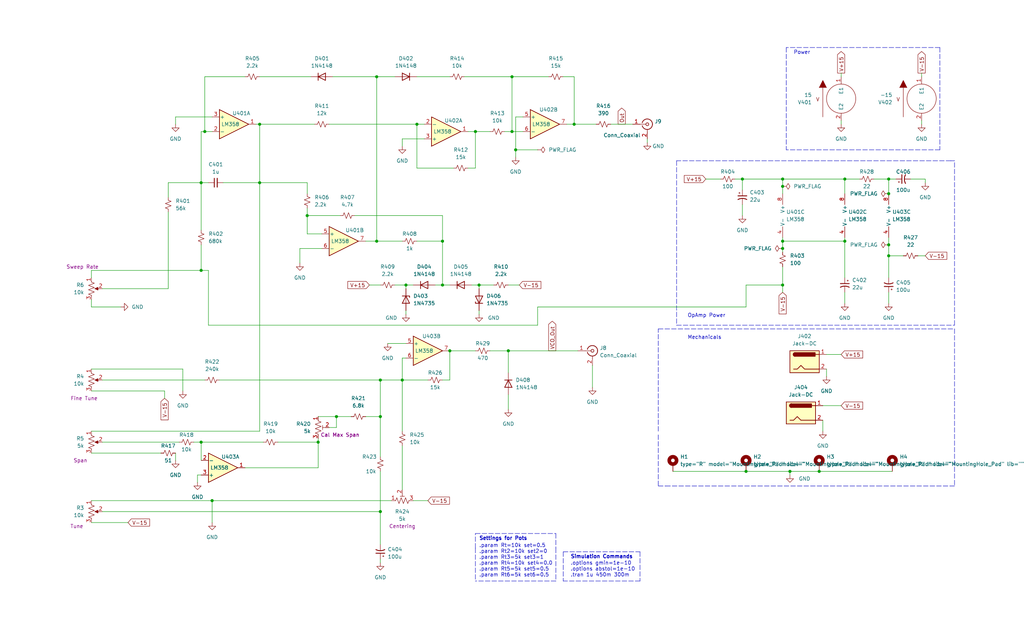
<source format=kicad_sch>
(kicad_sch (version 20211123) (generator eeschema)
  (paper "USLegal")
  (title_block (date "2022-06-11") (rev "0.1"))
  (junction (at 156.21 121.92))
  (junction (at 153.67 99.06))
  (junction (at 90.17 43.18))
  (junction (at 116.84 144.78))
  (junction (at 308.61 67.31))
  (junction (at 139.7 132.08))
  (junction (at 271.78 99.06))
  (junction (at 259.08 163.83))
  (junction (at 166.37 99.06))
  (junction (at 271.78 64.77))
  (junction (at 90.17 63.5))
  (junction (at 106.68 74.93))
  (junction (at 308.61 62.23))
  (junction (at 199.39 43.18))
  (junction (at 257.81 62.23))
  (junction (at 69.85 63.5))
  (junction (at 179.07 52.07))
  (junction (at 110.49 153.67))
  (junction (at 71.12 45.72))
  (junction (at 284.48 163.83))
  (junction (at 176.53 121.92))
  (junction (at 271.78 62.23))
  (junction (at 177.8 45.72))
  (junction (at 308.61 85.09))
  (junction (at 130.81 26.67))
  (junction (at 140.97 99.06))
  (junction (at 132.08 132.08))
  (junction (at 144.78 43.18))
  (junction (at 153.67 83.82))
  (junction (at 293.37 83.82))
  (junction (at 274.32 163.83))
  (junction (at 293.37 62.23))
  (junction (at 132.08 177.8))
  (junction (at 165.1 45.72))
  (junction (at 73.66 173.99))
  (junction (at 177.8 26.67))
  (junction (at 69.85 153.67))
  (junction (at 308.61 88.9))
  (junction (at 271.78 86.36))
  (junction (at 130.81 83.82))
  (junction (at 271.78 83.82))
  (junction (at 69.85 93.98))
  (junction (at 132.08 144.78))
  (wire (pts (xy 132.08 163.83) (xy 132.08 177.8)))
  (wire (pts (xy 104.14 86.36) (xy 111.76 86.36)))
  (polyline (pts (xy 222.25 191.77) (xy 222.25 201.93)))
  (wire (pts (xy 163.83 99.06) (xy 166.37 99.06)))
  (wire (pts (xy 274.32 163.83) (xy 274.32 165.1)))
  (wire (pts (xy 147.32 48.26) (xy 139.7 48.26)))
  (polyline (pts (xy 193.04 185.42) (xy 193.04 190.5)))
  (wire (pts (xy 162.56 58.42) (xy 165.1 58.42)))
  (wire (pts (xy 156.21 26.67) (xy 144.78 26.67)))
  (wire (pts (xy 140.97 100.33) (xy 140.97 99.06)))
  (wire (pts (xy 68.58 165.1) (xy 68.58 167.64)))
  (wire (pts (xy 156.21 132.08) (xy 156.21 121.92)))
  (wire (pts (xy 72.39 93.98) (xy 69.85 93.98)))
  (wire (pts (xy 76.2 132.08) (xy 132.08 132.08)))
  (polyline (pts (xy 165.1 190.5) (xy 165.1 185.42)))
  (wire (pts (xy 104.14 91.44) (xy 104.14 86.36)))
  (wire (pts (xy 308.61 105.41) (xy 308.61 101.6)))
  (wire (pts (xy 85.09 26.67) (xy 71.12 26.67)))
  (wire (pts (xy 73.66 173.99) (xy 31.75 173.99)))
  (wire (pts (xy 90.17 43.18) (xy 90.17 63.5)))
  (wire (pts (xy 31.75 149.86) (xy 90.17 149.86)))
  (wire (pts (xy 110.49 153.67) (xy 110.49 152.4)))
  (wire (pts (xy 132.08 144.78) (xy 132.08 158.75)))
  (wire (pts (xy 292.1 123.19) (xy 287.02 123.19)))
  (wire (pts (xy 57.15 135.89) (xy 57.15 138.43)))
  (wire (pts (xy 60.96 160.02) (xy 60.96 157.48)))
  (wire (pts (xy 67.31 153.67) (xy 69.85 153.67)))
  (wire (pts (xy 132.08 99.06) (xy 128.27 99.06)))
  (wire (pts (xy 106.68 63.5) (xy 90.17 63.5)))
  (wire (pts (xy 69.85 93.98) (xy 31.75 93.98)))
  (wire (pts (xy 311.15 62.23) (xy 308.61 62.23)))
  (wire (pts (xy 292.1 25.4) (xy 292.1 26.67)))
  (wire (pts (xy 298.45 62.23) (xy 293.37 62.23)))
  (wire (pts (xy 69.85 63.5) (xy 69.85 45.72)))
  (wire (pts (xy 106.68 81.28) (xy 106.68 74.93)))
  (wire (pts (xy 144.78 58.42) (xy 144.78 43.18)))
  (wire (pts (xy 107.95 26.67) (xy 90.17 26.67)))
  (wire (pts (xy 90.17 63.5) (xy 77.47 63.5)))
  (wire (pts (xy 186.69 113.03) (xy 186.69 106.68)))
  (polyline (pts (xy 331.47 168.91) (xy 306.07 168.91)))
  (wire (pts (xy 58.42 100.33) (xy 35.56 100.33)))
  (wire (pts (xy 308.61 88.9) (xy 308.61 96.52)))
  (wire (pts (xy 271.78 87.63) (xy 271.78 86.36)))
  (wire (pts (xy 132.08 194.31) (xy 132.08 195.58)))
  (wire (pts (xy 137.16 99.06) (xy 140.97 99.06)))
  (polyline (pts (xy 330.2 55.88) (xy 331.47 55.88)))
  (wire (pts (xy 165.1 58.42) (xy 165.1 45.72)))
  (wire (pts (xy 313.69 88.9) (xy 308.61 88.9)))
  (wire (pts (xy 139.7 132.08) (xy 139.7 124.46)))
  (wire (pts (xy 85.09 162.56) (xy 110.49 162.56)))
  (wire (pts (xy 139.7 48.26) (xy 139.7 50.8)))
  (wire (pts (xy 162.56 45.72) (xy 165.1 45.72)))
  (wire (pts (xy 73.66 181.61) (xy 73.66 173.99)))
  (wire (pts (xy 176.53 121.92) (xy 200.66 121.92)))
  (wire (pts (xy 186.69 52.07) (xy 179.07 52.07)))
  (wire (pts (xy 130.81 83.82) (xy 127 83.82)))
  (wire (pts (xy 144.78 43.18) (xy 147.32 43.18)))
  (wire (pts (xy 139.7 154.94) (xy 139.7 170.18)))
  (wire (pts (xy 139.7 83.82) (xy 130.81 83.82)))
  (wire (pts (xy 55.88 157.48) (xy 31.75 157.48)))
  (wire (pts (xy 69.85 85.09) (xy 69.85 93.98)))
  (wire (pts (xy 71.12 26.67) (xy 71.12 45.72)))
  (polyline (pts (xy 234.95 55.88) (xy 234.95 113.03)))
  (wire (pts (xy 166.37 99.06) (xy 171.45 99.06)))
  (wire (pts (xy 96.52 153.67) (xy 110.49 153.67)))
  (wire (pts (xy 72.39 63.5) (xy 69.85 63.5)))
  (wire (pts (xy 181.61 40.64) (xy 179.07 40.64)))
  (wire (pts (xy 153.67 74.93) (xy 153.67 83.82)))
  (wire (pts (xy 69.85 153.67) (xy 91.44 153.67)))
  (wire (pts (xy 166.37 109.22) (xy 166.37 107.95)))
  (wire (pts (xy 153.67 99.06) (xy 156.21 99.06)))
  (wire (pts (xy 257.81 62.23) (xy 257.81 66.04)))
  (polyline (pts (xy 326.39 16.51) (xy 273.05 16.51)))
  (polyline (pts (xy 326.39 52.07) (xy 273.05 52.07)))
  (wire (pts (xy 321.31 62.23) (xy 321.31 63.5)))
  (wire (pts (xy 271.78 99.06) (xy 271.78 101.6)))
  (wire (pts (xy 144.78 83.82) (xy 153.67 83.82)))
  (wire (pts (xy 31.75 93.98) (xy 31.75 96.52)))
  (wire (pts (xy 287.02 128.27) (xy 287.02 130.81)))
  (wire (pts (xy 177.8 45.72) (xy 175.26 45.72)))
  (wire (pts (xy 69.85 63.5) (xy 69.85 80.01)))
  (wire (pts (xy 116.84 148.59) (xy 116.84 144.78)))
  (wire (pts (xy 293.37 83.82) (xy 293.37 82.55)))
  (wire (pts (xy 58.42 73.66) (xy 58.42 100.33)))
  (polyline (pts (xy 228.6 149.86) (xy 228.6 114.3)))
  (wire (pts (xy 130.81 83.82) (xy 130.81 26.67)))
  (wire (pts (xy 177.8 45.72) (xy 177.8 26.67)))
  (wire (pts (xy 259.08 163.83) (xy 274.32 163.83)))
  (wire (pts (xy 177.8 26.67) (xy 161.29 26.67)))
  (wire (pts (xy 271.78 86.36) (xy 271.78 83.82)))
  (wire (pts (xy 132.08 132.08) (xy 139.7 132.08)))
  (wire (pts (xy 111.76 81.28) (xy 106.68 81.28)))
  (wire (pts (xy 31.75 128.27) (xy 63.5 128.27)))
  (polyline (pts (xy 231.14 168.91) (xy 306.07 168.91)))
  (wire (pts (xy 199.39 26.67) (xy 195.58 26.67)))
  (wire (pts (xy 72.39 113.03) (xy 186.69 113.03)))
  (wire (pts (xy 140.97 99.06) (xy 143.51 99.06)))
  (wire (pts (xy 148.59 173.99) (xy 143.51 173.99)))
  (polyline (pts (xy 331.47 113.03) (xy 331.47 55.88)))
  (wire (pts (xy 284.48 163.83) (xy 309.88 163.83)))
  (polyline (pts (xy 331.47 114.3) (xy 331.47 168.91)))
  (wire (pts (xy 186.69 106.68) (xy 259.08 106.68)))
  (wire (pts (xy 140.97 109.22) (xy 140.97 107.95)))
  (wire (pts (xy 35.56 153.67) (xy 62.23 153.67)))
  (wire (pts (xy 90.17 149.86) (xy 90.17 63.5)))
  (wire (pts (xy 233.68 163.83) (xy 259.08 163.83)))
  (wire (pts (xy 69.85 45.72) (xy 71.12 45.72)))
  (wire (pts (xy 58.42 63.5) (xy 58.42 68.58)))
  (wire (pts (xy 257.81 71.12) (xy 257.81 74.93)))
  (wire (pts (xy 73.66 40.64) (xy 60.96 40.64)))
  (wire (pts (xy 179.07 52.07) (xy 179.07 54.61)))
  (wire (pts (xy 31.75 135.89) (xy 57.15 135.89)))
  (wire (pts (xy 308.61 62.23) (xy 303.53 62.23)))
  (wire (pts (xy 71.12 45.72) (xy 73.66 45.72)))
  (polyline (pts (xy 228.6 168.91) (xy 231.14 168.91)))
  (wire (pts (xy 132.08 144.78) (xy 132.08 132.08)))
  (wire (pts (xy 196.85 43.18) (xy 199.39 43.18)))
  (wire (pts (xy 285.75 146.05) (xy 285.75 149.86)))
  (polyline (pts (xy 193.04 190.5) (xy 193.04 201.93)))
  (wire (pts (xy 130.81 26.67) (xy 115.57 26.67)))
  (wire (pts (xy 271.78 83.82) (xy 293.37 83.82)))
  (wire (pts (xy 199.39 43.18) (xy 199.39 26.67)))
  (wire (pts (xy 259.08 99.06) (xy 259.08 106.68)))
  (wire (pts (xy 90.17 43.18) (xy 88.9 43.18)))
  (polyline (pts (xy 228.6 114.3) (xy 331.47 114.3)))
  (wire (pts (xy 72.39 93.98) (xy 72.39 113.03)))
  (wire (pts (xy 274.32 163.83) (xy 284.48 163.83)))
  (wire (pts (xy 116.84 144.78) (xy 121.92 144.78)))
  (wire (pts (xy 321.31 88.9) (xy 318.77 88.9)))
  (wire (pts (xy 60.96 40.64) (xy 60.96 43.18)))
  (wire (pts (xy 190.5 26.67) (xy 177.8 26.67)))
  (wire (pts (xy 271.78 62.23) (xy 271.78 64.77)))
  (wire (pts (xy 151.13 99.06) (xy 153.67 99.06)))
  (polyline (pts (xy 165.1 190.5) (xy 165.1 201.93)))
  (wire (pts (xy 245.11 62.23) (xy 250.19 62.23)))
  (wire (pts (xy 44.45 181.61) (xy 31.75 181.61)))
  (wire (pts (xy 224.79 49.53) (xy 224.79 48.26)))
  (wire (pts (xy 139.7 132.08) (xy 148.59 132.08)))
  (wire (pts (xy 114.3 148.59) (xy 116.84 148.59)))
  (polyline (pts (xy 234.95 113.03) (xy 331.47 113.03)))
  (wire (pts (xy 271.78 64.77) (xy 271.78 67.31)))
  (polyline (pts (xy 228.6 151.13) (xy 228.6 168.91)))
  (wire (pts (xy 308.61 85.09) (xy 308.61 88.9)))
  (wire (pts (xy 293.37 105.41) (xy 293.37 101.6)))
  (wire (pts (xy 140.97 119.38) (xy 134.62 119.38)))
  (wire (pts (xy 271.78 92.71) (xy 271.78 99.06)))
  (wire (pts (xy 106.68 74.93) (xy 118.11 74.93)))
  (wire (pts (xy 109.22 43.18) (xy 90.17 43.18)))
  (wire (pts (xy 179.07 40.64) (xy 179.07 52.07)))
  (wire (pts (xy 41.91 106.68) (xy 31.75 106.68)))
  (polyline (pts (xy 193.04 201.93) (xy 165.1 201.93)))
  (wire (pts (xy 69.85 153.67) (xy 69.85 160.02)))
  (polyline (pts (xy 330.2 55.88) (xy 234.95 55.88)))
  (wire (pts (xy 139.7 124.46) (xy 140.97 124.46)))
  (wire (pts (xy 259.08 99.06) (xy 271.78 99.06)))
  (polyline (pts (xy 195.58 191.77) (xy 195.58 201.93)))
  (wire (pts (xy 212.09 43.18) (xy 219.71 43.18)))
  (wire (pts (xy 110.49 162.56) (xy 110.49 153.67)))
  (wire (pts (xy 320.04 25.4) (xy 320.04 26.67)))
  (wire (pts (xy 132.08 177.8) (xy 132.08 189.23)))
  (wire (pts (xy 137.16 26.67) (xy 130.81 26.67)))
  (wire (pts (xy 292.1 41.91) (xy 292.1 43.18)))
  (wire (pts (xy 308.61 62.23) (xy 308.61 67.31)))
  (wire (pts (xy 58.42 63.5) (xy 69.85 63.5)))
  (wire (pts (xy 165.1 45.72) (xy 170.18 45.72)))
  (wire (pts (xy 320.04 41.91) (xy 320.04 43.18)))
  (polyline (pts (xy 326.39 16.51) (xy 326.39 52.07)))
  (wire (pts (xy 135.89 173.99) (xy 73.66 173.99)))
  (wire (pts (xy 285.75 140.97) (xy 292.1 140.97)))
  (wire (pts (xy 271.78 62.23) (xy 293.37 62.23)))
  (wire (pts (xy 199.39 43.18) (xy 207.01 43.18)))
  (polyline (pts (xy 165.1 185.42) (xy 193.04 185.42)))
  (wire (pts (xy 114.3 43.18) (xy 144.78 43.18)))
  (wire (pts (xy 165.1 121.92) (xy 156.21 121.92)))
  (wire (pts (xy 293.37 62.23) (xy 293.37 67.31)))
  (wire (pts (xy 63.5 128.27) (xy 63.5 135.89)))
  (wire (pts (xy 180.34 99.06) (xy 176.53 99.06)))
  (wire (pts (xy 308.61 82.55) (xy 308.61 85.09)))
  (wire (pts (xy 35.56 132.08) (xy 71.12 132.08)))
  (polyline (pts (xy 273.05 16.51) (xy 273.05 52.07)))
  (wire (pts (xy 123.19 74.93) (xy 153.67 74.93)))
  (wire (pts (xy 176.53 142.24) (xy 176.53 137.16)))
  (wire (pts (xy 293.37 96.52) (xy 293.37 83.82)))
  (wire (pts (xy 257.81 62.23) (xy 255.27 62.23)))
  (polyline (pts (xy 195.58 191.77) (xy 222.25 191.77)))
  (wire (pts (xy 153.67 132.08) (xy 156.21 132.08)))
  (wire (pts (xy 69.85 165.1) (xy 68.58 165.1)))
  (wire (pts (xy 205.74 134.62) (xy 205.74 127)))
  (wire (pts (xy 106.68 74.93) (xy 106.68 72.39)))
  (wire (pts (xy 181.61 45.72) (xy 177.8 45.72)))
  (wire (pts (xy 316.23 62.23) (xy 321.31 62.23)))
  (wire (pts (xy 157.48 58.42) (xy 144.78 58.42)))
  (wire (pts (xy 31.75 106.68) (xy 31.75 104.14)))
  (wire (pts (xy 127 144.78) (xy 132.08 144.78)))
  (wire (pts (xy 106.68 67.31) (xy 106.68 63.5)))
  (wire (pts (xy 176.53 129.54) (xy 176.53 121.92)))
  (wire (pts (xy 257.81 62.23) (xy 271.78 62.23)))
  (wire (pts (xy 176.53 121.92) (xy 170.18 121.92)))
  (wire (pts (xy 139.7 132.08) (xy 139.7 149.86)))
  (polyline (pts (xy 222.25 201.93) (xy 195.58 201.93)))
  (wire (pts (xy 110.49 144.78) (xy 116.84 144.78)))
  (wire (pts (xy 153.67 99.06) (xy 153.67 83.82)))
  (wire (pts (xy 35.56 177.8) (xy 132.08 177.8)))
  (wire (pts (xy 166.37 100.33) (xy 166.37 99.06)))
  (wire (pts (xy 271.78 83.82) (xy 271.78 82.55)))
  (text "Mechanicals" (at 238.76 118.11 0) (effects (font (size 1.27 1.27)) (justify left bottom)))
  (text "OpAmp Power" (at 238.76 110.49 0) (effects (font (size 1.27 1.27)) (justify left bottom)))
  (text "Settings for Pots" (at 166.37 187.96 0) (effects (font (size 1.27 1.27) (thickness 0.254) bold) (justify left bottom)))
  (text "Simulation Commands" (at 198.12 194.31 0) (effects (font (size 1.27 1.27) (thickness 0.254) bold) (justify left bottom)))
  (text ".param Rt=10k set=0.5\n.param Rt2=10k set2=0\n.param Rt3=5k set3=1\n.param Rt4=10k set4=0.0\n.param Rt5=5k set5=0.5\n.param Rt6=5k set6=0.5\n" (at 166.37 200.66 0) (effects (font (size 1.27 1.27)) (justify left bottom)))
  (text "Power" (at 275.59 19.05 0) (effects (font (size 1.27 1.27)) (justify left bottom)))
  (text ".options gmin=1e-10\n.options abstol=1e-10\n.tran 1u 450m 300m" (at 198.12 200.66 0) (effects (font (size 1.27 1.27)) (justify left bottom)))
  (global_label "V+15" (shape input) (at 245.11 62.23 180) (property "Intersheet References" "${INTERSHEET_REFS}" (effects hide)))
  (global_label "V+15" (shape input) (at 128.27 99.06 180) (property "Intersheet References" "${INTERSHEET_REFS}" (effects hide)))
  (global_label "Out" (shape output) (at 215.9 43.18 90) (property "Intersheet References" "${INTERSHEET_REFS}" (effects hide)))
  (global_label "V-15" (shape input) (at 271.78 101.6 270) (property "Intersheet References" "${INTERSHEET_REFS}" (effects hide)))
  (global_label "V-15" (shape input) (at 57.15 138.43 270) (property "Intersheet References" "${INTERSHEET_REFS}" (effects hide)))
  (global_label "VCO_Out" (shape output) (at 191.77 121.92 90) (property "Intersheet References" "${INTERSHEET_REFS}" (effects hide)))
  (global_label "V+15" (shape input) (at 292.1 123.19 0) (property "Intersheet References" "${INTERSHEET_REFS}" (effects hide)))
  (global_label "V-15" (shape input) (at 44.45 181.61 0) (property "Intersheet References" "${INTERSHEET_REFS}" (effects hide)))
  (global_label "V-15" (shape input) (at 148.59 173.99 0) (property "Intersheet References" "${INTERSHEET_REFS}" (effects hide)))
  (global_label "V-15" (shape input) (at 292.1 140.97 0) (property "Intersheet References" "${INTERSHEET_REFS}" (effects hide)))
  (global_label "V-15" (shape output) (at 320.04 25.4 90) (property "Intersheet References" "${INTERSHEET_REFS}" (effects hide)))
  (global_label "V-15" (shape input) (at 180.34 99.06 0) (property "Intersheet References" "${INTERSHEET_REFS}" (effects hide)))
  (global_label "V-15" (shape input) (at 321.31 88.9 0) (property "Intersheet References" "${INTERSHEET_REFS}" (effects hide)))
  (global_label "V+15" (shape output) (at 292.1 25.4 90) (property "Intersheet References" "${INTERSHEET_REFS}" (effects hide)))
  (symbol (lib_id "Device:R_Small_US") (at 142.24 83.82 90) (unit 1)
    (property "Reference" "R408" (at 142.24 81.28 90))
    (property "Value" "1k" (at 142.24 86.36 90))
    (property "Footprint" "Resistor_THT:R_Axial_DIN0207_L6.3mm_D2.5mm_P7.62mm_Horizontal" (effects hide))
    (property "Datasheet" "https://www.yageo.com/upload/media/product/productsearch/datasheet/lr/YAGEO%20CFR_datasheet_2021v0.pdf" (effects hide))
  )
  (symbol (lib_id "power:GND") (at 134.62 119.38 0) (unit 1)
    (property "Reference" "#PWR0409" (effects hide))
    (property "Value" "GND" (at 134.62 124.46 0))
  )
  (symbol (lib_id "power:GND") (at 140.97 109.22 0) (unit 1)
    (property "Reference" "#PWR0411" (effects hide))
    (property "Value" "GND" (at 135.89 110.49 0))
  )
  (symbol (lib_id "Device:R_Small_US") (at 158.75 26.67 90) (unit 1)
    (property "Reference" "R414" (at 158.75 20.32 90))
    (property "Value" "10k" (at 158.75 22.86 90))
    (property "Footprint" "Resistor_THT:R_Axial_DIN0207_L6.3mm_D2.5mm_P7.62mm_Horizontal" (effects hide))
    (property "Datasheet" "https://www.yageo.com/upload/media/product/productsearch/datasheet/lr/YAGEO%20CFR_datasheet_2021v0.pdf" (effects hide))
  )
  (symbol (lib_id "power:GND") (at 292.1 43.18 0) (unit 1)
    (property "Reference" "#PWR0421" (effects hide))
    (property "Value" "GND" (at 292.1 48.26 0))
  )
  (symbol (lib_id "Device:R_Small_US") (at 69.85 82.55 0) (unit 1)
    (property "Reference" "R402" (at 72.39 81.2799 0) (effects (justify left)))
    (property "Value" "680k" (at 72.39 83.8199 0) (effects (justify left)))
    (property "Footprint" "Resistor_THT:R_Axial_DIN0207_L6.3mm_D2.5mm_P7.62mm_Horizontal" (effects hide))
    (property "Datasheet" "https://www.yageo.com/upload/media/product/productsearch/datasheet/lr/YAGEO%20CFR_datasheet_2021v0.pdf" (effects hide))
  )
  (symbol (lib_id "Device:R_Small_US") (at 111.76 43.18 90) (unit 1)
    (property "Reference" "R411" (at 111.76 36.83 90))
    (property "Value" "12k" (at 111.76 39.37 90))
    (property "Footprint" "Resistor_THT:R_Axial_DIN0207_L6.3mm_D2.5mm_P7.62mm_Horizontal" (effects hide))
    (property "Datasheet" "https://www.yageo.com/upload/media/product/productsearch/datasheet/lr/YAGEO%20CFR_datasheet_2021v0.pdf" (effects hide))
  )
  (symbol (lib_id "Device:R_Small_US") (at 124.46 144.78 90) (unit 1)
    (property "Reference" "R421" (at 124.46 138.43 90))
    (property "Value" "6.8k" (at 124.46 140.97 90))
    (property "Footprint" "Resistor_THT:R_Axial_DIN0207_L6.3mm_D2.5mm_P7.62mm_Horizontal" (effects hide))
    (property "Datasheet" "https://www.yageo.com/upload/media/product/productsearch/datasheet/lr/YAGEO%20CFR_datasheet_2021v0.pdf" (effects hide))
  )
  (symbol (lib_id "power:GND") (at 73.66 181.61 0) (unit 1)
    (property "Reference" "#PWR0406" (effects hide))
    (property "Value" "GND" (at 73.66 186.69 0))
  )
  (symbol (lib_id "power:GND") (at 63.5 135.89 0) (unit 1)
    (property "Reference" "#PWR0404" (effects hide))
    (property "Value" "GND" (at 63.5 140.97 0))
  )
  (symbol (lib_id "power:GND") (at 287.02 130.81 0) (unit 1)
    (property "Reference" "#PWR0420" (effects hide))
    (property "Value" "GND" (at 287.02 135.89 0))
  )
  (symbol (lib_id "Device:R_Small_US") (at 106.68 69.85 0) (unit 1)
    (property "Reference" "R406" (at 109.22 68.5799 0) (effects (justify left)))
    (property "Value" "2.2k" (at 109.22 71.1199 0) (effects (justify left)))
    (property "Footprint" "Resistor_THT:R_Axial_DIN0207_L6.3mm_D2.5mm_P7.62mm_Horizontal" (effects hide))
    (property "Datasheet" "https://www.yageo.com/upload/media/product/productsearch/datasheet/lr/YAGEO%20CFR_datasheet_2021v0.pdf" (effects hide))
  )
  (symbol (lib_id "Device:R_Small_US") (at 252.73 62.23 90) (unit 1)
    (property "Reference" "R404" (at 252.73 59.69 90))
    (property "Value" "100" (at 252.73 64.77 90))
    (property "Footprint" "Resistor_THT:R_Axial_DIN0207_L6.3mm_D2.5mm_P7.62mm_Horizontal" (effects hide))
    (property "Datasheet" "https://www.yageo.com/upload/media/product/productsearch/datasheet/lr/YAGEO%20CFR_datasheet_2021v0.pdf" (effects hide))
  )
  (symbol (lib_id "Device:R_Small_US") (at 160.02 58.42 90) (unit 1)
    (property "Reference" "R412" (at 160.02 52.07 90))
    (property "Value" "15k" (at 160.02 54.61 90))
    (property "Footprint" "Resistor_THT:R_Axial_DIN0207_L6.3mm_D2.5mm_P7.62mm_Horizontal" (effects hide))
    (property "Datasheet" "https://www.yageo.com/upload/media/product/productsearch/datasheet/lr/YAGEO%20CFR_datasheet_2021v0.pdf" (effects hide))
  )
  (symbol (lib_id "Device:R_Small_US") (at 134.62 99.06 90) (unit 1)
    (property "Reference" "R409" (at 134.62 92.71 90))
    (property "Value" "2.2k" (at 134.62 95.25 90))
    (property "Footprint" "Resistor_THT:R_Axial_DIN0207_L6.3mm_D2.5mm_P7.62mm_Horizontal" (effects hide))
    (property "Datasheet" "https://www.yageo.com/upload/media/product/productsearch/datasheet/lr/YAGEO%20CFR_datasheet_2021v0.pdf" (effects hide))
  )
  (symbol (lib_id "Device:R_Small_US") (at 167.64 121.92 90) (unit 1)
    (property "Reference" "R429" (at 167.64 119.38 90))
    (property "Value" "470" (at 167.64 124.46 90))
    (property "Footprint" "Resistor_THT:R_Axial_DIN0207_L6.3mm_D2.5mm_P7.62mm_Horizontal" (effects hide))
    (property "Datasheet" "https://www.yageo.com/upload/media/product/productsearch/datasheet/lr/YAGEO%20CFR_datasheet_2021v0.pdf" (effects hide))
  )
  (symbol (lib_id "Device:R_Small_US") (at 209.55 43.18 90) (unit 1)
    (property "Reference" "R416" (at 209.55 36.83 90))
    (property "Value" "390" (at 209.55 39.37 90))
    (property "Footprint" "Resistor_THT:R_Axial_DIN0207_L6.3mm_D2.5mm_P7.62mm_Horizontal" (effects hide))
    (property "Datasheet" "https://www.yageo.com/upload/media/product/productsearch/datasheet/lr/YAGEO%20CFR_datasheet_2021v0.pdf" (effects hide))
  )
  (symbol (lib_id "Device:C_Polarized_Small_US") (at 257.81 68.58 0) (unit 1)
    (property "Reference" "C403" (at 260.35 66.8781 0) (effects (justify left)))
    (property "Value" "22u" (at 260.35 69.4181 0) (effects (justify left)))
    (property "Footprint" "Capacitor_THT:CP_Axial_L11.0mm_D6.0mm_P18.00mm_Horizontal" (effects hide))
  )
  (symbol (lib_id "power:PWR_FLAG") (at 308.61 85.09 90) (unit 1)
    (property "Reference" "#FLG0404" (effects hide))
    (property "Value" "PWR_FLAG" (at 304.8 85.0899 90) (effects (justify left)))
  )
  (symbol (lib_id "Connector:Jack-DC") (at 279.4 125.73 0) (unit 1)
    (property "Reference" "J402" (at 279.4 116.84 0))
    (property "Value" "Jack-DC" (at 279.4 119.38 0))
    (property "Footprint" "timebase:CUI_PJ-007" (effects hide))
    (property "Spice_Primitive" "J" (effects hide))
    (property "Spice_Model" "Jack-DC" (effects hide))
    (property "Spice_Netlist_Enabled" "N" (effects hide))
  )
  (symbol (lib_id "power:GND") (at 320.04 43.18 0) (unit 1)
    (property "Reference" "#PWR0424" (effects hide))
    (property "Value" "GND" (at 320.04 48.26 0))
  )
  (symbol (lib_id "power:GND") (at 68.58 167.64 0) (unit 1)
    (property "Reference" "#PWR0405" (effects hide))
    (property "Value" "GND" (at 68.58 172.72 0))
  )
  (symbol (lib_id "Device:C_Polarized_Small_US") (at 313.69 62.23 90) (unit 1)
    (property "Reference" "C406" (at 313.69 59.69 90))
    (property "Value" "100u" (at 313.69 66.04 90))
    (property "Footprint" "Capacitor_THT:CP_Axial_L11.0mm_D6.0mm_P18.00mm_Horizontal" (effects hide))
  )
  (symbol (lib_id "Device:R_Small_US") (at 300.99 62.23 90) (unit 1)
    (property "Reference" "R428" (at 300.99 59.69 90))
    (property "Value" "22" (at 300.99 64.77 90))
    (property "Footprint" "Resistor_THT:R_Axial_DIN0207_L6.3mm_D2.5mm_P7.62mm_Horizontal" (effects hide))
    (property "Datasheet" "https://www.yageo.com/upload/media/product/productsearch/datasheet/lr/YAGEO%20CFR_datasheet_2021v0.pdf" (effects hide))
  )
  (symbol (lib_id "Diode:1N4148") (at 160.02 99.06 0) (unit 1)
    (property "Reference" "D405" (at 160.02 92.71 0))
    (property "Value" "1N4148" (at 160.02 95.25 0))
    (property "Footprint" "Diode_THT:D_DO-35_SOD27_P7.62mm_Horizontal" (effects hide))
    (property "Datasheet" "https://diotec.com/request/datasheet/1n4148.pdf" (effects hide))
    (property "Spice_Primitive" "D" (effects hide))
    (property "Spice_Model" "D1N4148" (effects hide))
    (property "Spice_Netlist_Enabled" "Y" (effects hide))
    (property "Spice_Node_Sequence" "2 1" (effects hide))
    (property "Spice_Lib_File" "timebase-spice\\1N4148.mod" (effects hide))
  )
  (symbol (lib_id "Device:R_Small_US") (at 64.77 153.67 90) (unit 1)
    (property "Reference" "R418" (at 64.77 151.13 90))
    (property "Value" "10k" (at 64.77 156.21 90))
    (property "Footprint" "Resistor_THT:R_Axial_DIN0207_L6.3mm_D2.5mm_P7.62mm_Horizontal" (effects hide))
    (property "Datasheet" "https://www.yageo.com/upload/media/product/productsearch/datasheet/lr/YAGEO%20CFR_datasheet_2021v0.pdf" (effects hide))
  )
  (symbol (lib_id "power:GND") (at 179.07 54.61 0) (unit 1)
    (property "Reference" "#PWR0414" (effects hide))
    (property "Value" "GND" (at 179.07 59.69 0))
  )
  (symbol (lib_id "power:GND") (at 224.79 49.53 0) (unit 1)
    (property "Reference" "#PWR0416" (effects hide))
    (property "Value" "GND" (at 228.6 50.8 0))
  )
  (symbol (lib_id "Device:R_Small_US") (at 120.65 74.93 90) (unit 1)
    (property "Reference" "R407" (at 120.65 68.58 90))
    (property "Value" "4.7k" (at 120.65 71.12 90))
    (property "Footprint" "Resistor_THT:R_Axial_DIN0207_L6.3mm_D2.5mm_P7.62mm_Horizontal" (effects hide))
    (property "Datasheet" "https://www.yageo.com/upload/media/product/productsearch/datasheet/lr/YAGEO%20CFR_datasheet_2021v0.pdf" (effects hide))
  )
  (symbol (lib_id "Device:R_Potentiometer_US") (at 31.75 132.08 0) (unit 1)
    (property "Reference" "R4" (at 29.21 130.8099 0) (effects (justify right)))
    (property "Value" "10k" (at 29.21 133.3499 0) (effects (justify right)))
    (property "Footprint" "Connector_Wire:SolderWire-0.127sqmm_1x03_P3.7mm_D0.48mm_OD1mm" (effects hide))
    (property "Datasheet" "https://www.yageo.com/upload/media/product/productsearch/datasheet/lr/YAGEO%20CFR_datasheet_2021v0.pdf" (effects hide))
    (property "Spice_Primitive" "X" (effects hide))
    (property "Spice_Model" "pot_lin2" (effects hide))
    (property "Spice_Netlist_Enabled" "Y" (effects hide))
    (property "Spice_Lib_File" "timebase-spice\\Pot2.lib" (effects hide))
    (property "Field8" "Fine Tune" (at 29.21 138.43 0))
  )
  (symbol (lib_id "Device:R_Small_US") (at 172.72 45.72 90) (unit 1)
    (property "Reference" "R413" (at 172.72 39.37 90))
    (property "Value" "10k" (at 172.72 41.91 90))
    (property "Footprint" "Resistor_THT:R_Axial_DIN0207_L6.3mm_D2.5mm_P7.62mm_Horizontal" (effects hide))
    (property "Datasheet" "https://www.yageo.com/upload/media/product/productsearch/datasheet/lr/YAGEO%20CFR_datasheet_2021v0.pdf" (effects hide))
  )
  (symbol (lib_id "Amplifier_Operational:LM358") (at 77.47 162.56 0) (mirror x) (unit 1)
    (property "Reference" "U403" (at 80.01 158.75 0))
    (property "Value" "LM358" (at 76.2 162.56 0))
    (property "Footprint" "timebase:DIP794W45P254L959H508Q8" (effects hide))
    (property "Datasheet" "https://www.ti.com/lit/ds/symlink/lm358.pdf?HQS=dis-dk-null-digikeymode-dsf-pf-null-wwe&ts=1655575497857&ref_url=https%253A%252F%252Fwww.ti.com%252Fgeneral%252Fdocs%252Fsuppproductinfo.tsp%253FdistId%253D10%2526gotoUrl%253Dhttps%253A%252F%252Fwww.ti.com%252Flit%252Fgpn%252Flm358" (effects hide))
    (property "Spice_Primitive" "X" (effects hide))
    (property "Spice_Model" "LM358c" (effects hide))
    (property "Spice_Netlist_Enabled" "Y" (effects hide))
    (property "Spice_Lib_File" "timebase-spice\\LM358-dual.lib" (effects hide))
  )
  (symbol (lib_id "power:GND") (at 293.37 105.41 0) (unit 1)
    (property "Reference" "#PWR0422" (effects hide))
    (property "Value" "GND" (at 293.37 110.49 0))
  )
  (symbol (lib_id "Connector:Jack-DC") (at 278.13 143.51 0) (unit 1)
    (property "Reference" "J404" (at 278.13 134.62 0))
    (property "Value" "Jack-DC" (at 278.13 137.16 0))
    (property "Footprint" "timebase:CUI_PJ-007" (effects hide))
    (property "Spice_Primitive" "J" (effects hide))
    (property "Spice_Model" "Jack-DC" (effects hide))
    (property "Spice_Netlist_Enabled" "N" (effects hide))
  )
  (symbol (lib_id "Amplifier_Operational:LM358") (at 274.32 74.93 0) (unit 3)
    (property "Reference" "U401" (at 273.05 73.6599 0) (effects (justify left)))
    (property "Value" "LM358" (at 273.05 76.1999 0) (effects (justify left)))
    (property "Footprint" "timebase:DIP794W45P254L959H508Q8" (effects hide))
    (property "Datasheet" "https://www.ti.com/lit/ds/symlink/lm358.pdf?HQS=dis-dk-null-digikeymode-dsf-pf-null-wwe&ts=1655575497857&ref_url=https%253A%252F%252Fwww.ti.com%252Fgeneral%252Fdocs%252Fsuppproductinfo.tsp%253FdistId%253D10%2526gotoUrl%253Dhttps%253A%252F%252Fwww.ti.com%252Flit%252Fgpn%252Flm358" (effects hide))
    (property "Spice_Primitive" "X" (effects hide))
    (property "Spice_Model" "LM358c" (effects hide))
    (property "Spice_Netlist_Enabled" "Y" (effects hide))
    (property "Spice_Lib_File" "timebase-spice\\LM358-dual.lib" (effects hide))
  )
  (symbol (lib_id "Device:R_Small_US") (at 58.42 157.48 90) (unit 1)
    (property "Reference" "R417" (at 58.42 154.94 90))
    (property "Value" "51" (at 58.42 160.02 90))
    (property "Footprint" "Resistor_THT:R_Axial_DIN0207_L6.3mm_D2.5mm_P7.62mm_Horizontal" (effects hide))
    (property "Datasheet" "https://www.yageo.com/upload/media/product/productsearch/datasheet/lr/YAGEO%20CFR_datasheet_2021v0.pdf" (effects hide))
  )
  (symbol (lib_id "Amplifier_Operational:LM358") (at 154.94 45.72 0) (mirror x) (unit 1)
    (property "Reference" "U402" (at 157.48 41.91 0))
    (property "Value" "LM358" (at 153.67 45.72 0))
    (property "Footprint" "timebase:DIP794W45P254L959H508Q8" (effects hide))
    (property "Datasheet" "https://www.ti.com/lit/ds/symlink/lm358.pdf?HQS=dis-dk-null-digikeymode-dsf-pf-null-wwe&ts=1655575497857&ref_url=https%253A%252F%252Fwww.ti.com%252Fgeneral%252Fdocs%252Fsuppproductinfo.tsp%253FdistId%253D10%2526gotoUrl%253Dhttps%253A%252F%252Fwww.ti.com%252Flit%252Fgpn%252Flm358" (effects hide))
    (property "Spice_Primitive" "X" (effects hide))
    (property "Spice_Model" "LM358c" (effects hide))
    (property "Spice_Netlist_Enabled" "Y" (effects hide))
    (property "Spice_Lib_File" "timebase-spice\\LM358-dual.lib" (effects hide))
  )
  (symbol (lib_id "Diode:1N4148") (at 111.76 26.67 0) (unit 1)
    (property "Reference" "D401" (at 111.76 20.32 0))
    (property "Value" "1N4148" (at 111.76 22.86 0))
    (property "Footprint" "Diode_THT:D_DO-35_SOD27_P7.62mm_Horizontal" (effects hide))
    (property "Datasheet" "https://diotec.com/request/datasheet/1n4148.pdf" (effects hide))
    (property "Spice_Primitive" "D" (effects hide))
    (property "Spice_Model" "D1N4148" (effects hide))
    (property "Spice_Netlist_Enabled" "Y" (effects hide))
    (property "Spice_Node_Sequence" "2 1" (effects hide))
    (property "Spice_Lib_File" "timebase-spice\\1N4148.mod" (effects hide))
  )
  (symbol (lib_id "pspice:VSOURCE") (at 320.04 34.29 0) (unit 1) (in_bom no) (on_board no)
    (property "Reference" "V402" (at 309.88 35.5601 0) (effects (justify right)))
    (property "Value" "DC -15" (at 309.88 33.0201 0) (effects (justify right)))
    (property "Footprint" "timebase:CUI_PJ-009A" (effects hide))
    (property "Spice_Primitive" "V" (effects hide))
    (property "Spice_Model" "dc -15" (effects hide))
    (property "Spice_Netlist_Enabled" "Y" (effects hide))
  )
  (symbol (lib_id "Diode:1N4148") (at 140.97 26.67 0) (mirror y) (unit 1)
    (property "Reference" "D402" (at 140.97 20.32 0))
    (property "Value" "1N4148" (at 140.97 22.86 0))
    (property "Footprint" "Diode_THT:D_DO-35_SOD27_P7.62mm_Horizontal" (effects hide))
    (property "Datasheet" "https://diotec.com/request/datasheet/1n4148.pdf" (effects hide))
    (property "Spice_Primitive" "D" (effects hide))
    (property "Spice_Model" "D1N4148" (effects hide))
    (property "Spice_Netlist_Enabled" "Y" (effects hide))
    (property "Spice_Node_Sequence" "2 1" (effects hide))
    (property "Spice_Lib_File" "timebase-spice\\1N4148.mod" (effects hide))
  )
  (symbol (lib_id "power:GND") (at 176.53 142.24 0) (unit 1)
    (property "Reference" "#PWR0413" (effects hide))
    (property "Value" "GND" (at 176.53 147.32 0))
  )
  (symbol (lib_id "Device:R_Small_US") (at 93.98 153.67 90) (unit 1)
    (property "Reference" "R419" (at 93.98 147.32 90))
    (property "Value" "10k" (at 93.98 149.86 90))
    (property "Footprint" "Resistor_THT:R_Axial_DIN0207_L6.3mm_D2.5mm_P7.62mm_Horizontal" (effects hide))
    (property "Datasheet" "https://www.yageo.com/upload/media/product/productsearch/datasheet/lr/YAGEO%20CFR_datasheet_2021v0.pdf" (effects hide))
  )
  (symbol (lib_id "Connector:Conn_Coaxial") (at 205.74 121.92 0) (unit 1)
    (property "Reference" "J8" (at 208.28 120.9431 0) (effects (justify left)))
    (property "Value" "Conn_Coaxial" (at 208.28 123.4831 0) (effects (justify left)))
    (property "Footprint" "timebase:TE_5-1634503-1" (effects hide))
    (property "Datasheet" "https://www.te.com/commerce/DocumentDelivery/DDEController?Action=srchrtrv&DocNm=1634503&DocType=Customer+Drawing&DocLang=English" (effects hide))
    (property "Spice_Primitive" "J" (effects hide))
    (property "Spice_Model" "Conn_Coaxial" (effects hide))
    (property "Spice_Netlist_Enabled" "N" (effects hide))
  )
  (symbol (lib_id "Amplifier_Operational:LM358") (at 311.15 74.93 0) (unit 3)
    (property "Reference" "U403" (at 309.88 73.6599 0) (effects (justify left)))
    (property "Value" "LM358" (at 309.88 76.1999 0) (effects (justify left)))
    (property "Footprint" "timebase:DIP794W45P254L959H508Q8" (effects hide))
    (property "Datasheet" "https://www.ti.com/lit/ds/symlink/lm358.pdf?HQS=dis-dk-null-digikeymode-dsf-pf-null-wwe&ts=1655575497857&ref_url=https%253A%252F%252Fwww.ti.com%252Fgeneral%252Fdocs%252Fsuppproductinfo.tsp%253FdistId%253D10%2526gotoUrl%253Dhttps%253A%252F%252Fwww.ti.com%252Flit%252Fgpn%252Flm358" (effects hide))
    (property "Spice_Primitive" "X" (effects hide))
    (property "Spice_Model" "LM358c" (effects hide))
    (property "Spice_Netlist_Enabled" "Y" (effects hide))
    (property "Spice_Lib_File" "timebase-spice\\LM358-dual.lib" (effects hide))
  )
  (symbol (lib_id "Device:R_Small_US") (at 173.99 99.06 90) (unit 1)
    (property "Reference" "R410" (at 173.99 92.71 90))
    (property "Value" "2.2k" (at 173.99 95.25 90))
    (property "Footprint" "Resistor_THT:R_Axial_DIN0207_L6.3mm_D2.5mm_P7.62mm_Horizontal" (effects hide))
    (property "Datasheet" "https://www.yageo.com/upload/media/product/productsearch/datasheet/lr/YAGEO%20CFR_datasheet_2021v0.pdf" (effects hide))
  )
  (symbol (lib_id "Device:R_Small_US") (at 58.42 71.12 0) (unit 1)
    (property "Reference" "R401" (at 60.96 69.8499 0) (effects (justify left)))
    (property "Value" "56k" (at 60.96 72.3899 0) (effects (justify left)))
    (property "Footprint" "Resistor_THT:R_Axial_DIN0207_L6.3mm_D2.5mm_P7.62mm_Horizontal" (effects hide))
    (property "Datasheet" "https://www.yageo.com/upload/media/product/productsearch/datasheet/lr/YAGEO%20CFR_datasheet_2021v0.pdf" (effects hide))
  )
  (symbol (lib_id "Device:R_Small_US") (at 139.7 152.4 0) (unit 1)
    (property "Reference" "R425" (at 142.24 151.1299 0) (effects (justify left)))
    (property "Value" "10k" (at 142.24 153.6699 0) (effects (justify left)))
    (property "Footprint" "Resistor_THT:R_Axial_DIN0207_L6.3mm_D2.5mm_P7.62mm_Horizontal" (effects hide))
    (property "Datasheet" "https://www.yageo.com/upload/media/product/productsearch/datasheet/lr/YAGEO%20CFR_datasheet_2021v0.pdf" (effects hide))
  )
  (symbol (lib_id "power:GND") (at 139.7 50.8 0) (unit 1)
    (property "Reference" "#PWR0410" (effects hide))
    (property "Value" "GND" (at 139.7 55.88 0))
  )
  (symbol (lib_id "Device:R_Potentiometer_US") (at 31.75 153.67 0) (unit 1)
    (property "Reference" "R5" (at 29.21 152.3999 0) (effects (justify right)))
    (property "Value" "5k" (at 29.21 154.9399 0) (effects (justify right)))
    (property "Footprint" "Connector_Wire:SolderWire-0.127sqmm_1x03_P3.7mm_D0.48mm_OD1mm" (effects hide))
    (property "Datasheet" "https://www.yageo.com/upload/media/product/productsearch/datasheet/lr/YAGEO%20CFR_datasheet_2021v0.pdf" (effects hide))
    (property "Spice_Primitive" "X" (effects hide))
    (property "Spice_Model" "pot_lin3" (effects hide))
    (property "Spice_Netlist_Enabled" "Y" (effects hide))
    (property "Spice_Lib_File" "timebase-spice\\Pot3.lib" (effects hide))
    (property "Field8" "Span" (at 27.94 160.02 0))
  )
  (symbol (lib_id "Device:C_Polarized_Small_US") (at 132.08 191.77 180) (unit 1)
    (property "Reference" "C404" (at 134.62 190.9317 0) (effects (justify right)))
    (property "Value" "100u" (at 134.62 193.4717 0) (effects (justify right)))
    (property "Footprint" "Capacitor_THT:CP_Axial_L11.0mm_D6.0mm_P18.00mm_Horizontal" (effects hide))
  )
  (symbol (lib_id "Amplifier_Operational:LM358") (at 148.59 121.92 0) (unit 2)
    (property "Reference" "U403" (at 149.86 116.84 0))
    (property "Value" "LM358" (at 147.32 121.92 0))
    (property "Footprint" "timebase:DIP794W45P254L959H508Q8" (effects hide))
    (property "Datasheet" "https://www.ti.com/lit/ds/symlink/lm358.pdf?HQS=dis-dk-null-digikeymode-dsf-pf-null-wwe&ts=1655575497857&ref_url=https%253A%252F%252Fwww.ti.com%252Fgeneral%252Fdocs%252Fsuppproductinfo.tsp%253FdistId%253D10%2526gotoUrl%253Dhttps%253A%252F%252Fwww.ti.com%252Flit%252Fgpn%252Flm358" (effects hide))
    (property "Spice_Primitive" "X" (effects hide))
    (property "Spice_Model" "LM358c" (effects hide))
    (property "Spice_Netlist_Enabled" "Y" (effects hide))
    (property "Spice_Lib_File" "timebase-spice\\LM358-dual.lib" (effects hide))
  )
  (symbol (lib_id "pspice:VSOURCE") (at 292.1 34.29 0) (unit 1) (in_bom no) (on_board no)
    (property "Reference" "V401" (at 281.94 35.5601 0) (effects (justify right)))
    (property "Value" "DC 15" (at 281.94 33.0201 0) (effects (justify right)))
    (property "Footprint" "timebase:CUI_PJ-009A" (effects hide))
    (property "Spice_Primitive" "V" (effects hide))
    (property "Spice_Model" "dc 15" (effects hide))
    (property "Spice_Netlist_Enabled" "Y" (effects hide))
  )
  (symbol (lib_id "power:GND") (at 205.74 134.62 0) (unit 1)
    (property "Reference" "#PWR0415" (effects hide))
    (property "Value" "GND" (at 205.74 139.7 0))
  )
  (symbol (lib_id "Device:C_Polarized_Small_US") (at 293.37 99.06 0) (mirror y) (unit 1)
    (property "Reference" "C402" (at 295.91 97.3581 0) (effects (justify right)))
    (property "Value" "22u" (at 295.91 99.8981 0) (effects (justify right)))
    (property "Footprint" "Capacitor_THT:CP_Axial_L11.0mm_D6.0mm_P18.00mm_Horizontal" (effects hide))
  )
  (symbol (lib_id "power:GND") (at 104.14 91.44 0) (unit 1)
    (property "Reference" "#PWR0407" (effects hide))
    (property "Value" "GND" (at 104.14 96.52 0))
  )
  (symbol (lib_id "Device:R_Small_US") (at 316.23 88.9 90) (unit 1)
    (property "Reference" "R427" (at 316.23 82.55 90))
    (property "Value" "22" (at 316.23 85.09 90))
    (property "Footprint" "Resistor_THT:R_Axial_DIN0207_L6.3mm_D2.5mm_P7.62mm_Horizontal" (effects hide))
    (property "Datasheet" "https://www.yageo.com/upload/media/product/productsearch/datasheet/lr/YAGEO%20CFR_datasheet_2021v0.pdf" (effects hide))
  )
  (symbol (lib_id "Connector:Conn_Coaxial") (at 224.79 43.18 0) (unit 1)
    (property "Reference" "J9" (at 227.33 42.2031 0) (effects (justify left)))
    (property "Value" "Conn_Coaxial" (at 209.55 46.99 0) (effects (justify left)))
    (property "Footprint" "timebase:TE_5-1634503-1" (effects hide))
    (property "Datasheet" " ~" (effects hide))
    (property "Spice_Primitive" "J" (effects hide))
    (property "Spice_Model" "Conn_Coaxial" (effects hide))
    (property "Spice_Netlist_Enabled" "N" (effects hide))
  )
  (symbol (lib_id "power:GND") (at 257.81 74.93 0) (unit 1)
    (property "Reference" "#PWR0417" (effects hide))
    (property "Value" "GND" (at 257.81 80.01 0))
  )
  (symbol (lib_id "power:GND") (at 60.96 160.02 0) (unit 1)
    (property "Reference" "#PWR0403" (effects hide))
    (property "Value" "GND" (at 60.96 165.1 0))
  )
  (symbol (lib_id "Device:R_Potentiometer_Trim_US") (at 110.49 148.59 0) (unit 1)
    (property "Reference" "R420" (at 107.95 147.3199 0) (effects (justify right)))
    (property "Value" "5k" (at 107.95 149.8599 0) (effects (justify right)))
    (property "Footprint" "Potentiometer_THT:Potentiometer_Bourns_3296W_Vertical" (effects hide))
    (property "Datasheet" "https://www.bourns.com/docs/product-datasheets/3296.pdf" (effects hide))
    (property "Spice_Primitive" "X" (effects hide))
    (property "Spice_Model" "pot_lin6" (effects hide))
    (property "Spice_Netlist_Enabled" "Y" (effects hide))
    (property "Spice_Lib_File" "timebase-spice\\Pot6.lib" (effects hide))
    (property "Field8" "Cal Max Span" (at 118.11 151.13 0))
  )
  (symbol (lib_id "Device:R_Potentiometer_US") (at 31.75 177.8 0) (unit 1)
    (property "Reference" "R3" (at 29.21 176.5299 0) (effects (justify right)))
    (property "Value" "10k" (at 29.21 179.0699 0) (effects (justify right)))
    (property "Footprint" "Connector_Wire:SolderWire-0.127sqmm_1x03_P3.7mm_D0.48mm_OD1mm" (effects hide))
    (property "Datasheet" "https://www.yageo.com/upload/media/product/productsearch/datasheet/lr/YAGEO%20CFR_datasheet_2021v0.pdf" (effects hide))
    (property "Spice_Primitive" "X" (effects hide))
    (property "Spice_Model" "pot_lin4" (effects hide))
    (property "Spice_Netlist_Enabled" "Y" (effects hide))
    (property "Spice_Lib_File" "timebase-spice\\Pot4.lib" (effects hide))
    (property "Field8" "Tune" (at 26.67 182.88 0))
  )
  (symbol (lib_id "Amplifier_Operational:LM358") (at 295.91 74.93 0) (unit 3)
    (property "Reference" "U402" (at 294.64 73.6599 0) (effects (justify left)))
    (property "Value" "LM358" (at 294.64 76.1999 0) (effects (justify left)))
    (property "Footprint" "timebase:DIP794W45P254L959H508Q8" (effects hide))
    (property "Datasheet" "https://www.ti.com/lit/ds/symlink/lm358.pdf?HQS=dis-dk-null-digikeymode-dsf-pf-null-wwe&ts=1655575497857&ref_url=https%253A%252F%252Fwww.ti.com%252Fgeneral%252Fdocs%252Fsuppproductinfo.tsp%253FdistId%253D10%2526gotoUrl%253Dhttps%253A%252F%252Fwww.ti.com%252Flit%252Fgpn%252Flm358" (effects hide))
    (property "Spice_Primitive" "X" (effects hide))
    (property "Spice_Model" "LM358c" (effects hide))
    (property "Spice_Netlist_Enabled" "Y" (effects hide))
    (property "Spice_Lib_File" "timebase-spice\\LM358-dual.lib" (effects hide))
  )
  (symbol (lib_id "Amplifier_Operational:LM358") (at 189.23 43.18 0) (unit 2)
    (property "Reference" "U402" (at 190.5 38.1 0))
    (property "Value" "LM358" (at 187.96 43.18 0))
    (property "Footprint" "timebase:DIP794W45P254L959H508Q8" (effects hide))
    (property "Datasheet" "https://www.ti.com/lit/ds/symlink/lm358.pdf?HQS=dis-dk-null-digikeymode-dsf-pf-null-wwe&ts=1655575497857&ref_url=https%253A%252F%252Fwww.ti.com%252Fgeneral%252Fdocs%252Fsuppproductinfo.tsp%253FdistId%253D10%2526gotoUrl%253Dhttps%253A%252F%252Fwww.ti.com%252Flit%252Fgpn%252Flm358" (effects hide))
    (property "Spice_Primitive" "X" (effects hide))
    (property "Spice_Model" "LM358c" (effects hide))
    (property "Spice_Netlist_Enabled" "Y" (effects hide))
    (property "Spice_Lib_File" "timebase-spice\\LM358-dual.lib" (effects hide))
  )
  (symbol (lib_id "Amplifier_Operational:LM358") (at 119.38 83.82 0) (unit 2)
    (property "Reference" "U401" (at 123.19 80.01 0))
    (property "Value" "LM358" (at 118.11 83.82 0))
    (property "Footprint" "timebase:DIP794W45P254L959H508Q8" (effects hide))
    (property "Datasheet" "https://www.ti.com/lit/ds/symlink/lm358.pdf?HQS=dis-dk-null-digikeymode-dsf-pf-null-wwe&ts=1655575497857&ref_url=https%253A%252F%252Fwww.ti.com%252Fgeneral%252Fdocs%252Fsuppproductinfo.tsp%253FdistId%253D10%2526gotoUrl%253Dhttps%253A%252F%252Fwww.ti.com%252Flit%252Fgpn%252Flm358" (effects hide))
    (property "Spice_Primitive" "X" (effects hide))
    (property "Spice_Model" "LM358c" (effects hide))
    (property "Spice_Netlist_Enabled" "Y" (effects hide))
    (property "Spice_Lib_File" "timebase-spice\\LM358-dual.lib" (effects hide))
  )
  (symbol (lib_id "Device:R_Potentiometer_Trim_US") (at 139.7 173.99 90) (unit 1)
    (property "Reference" "R424" (at 139.7 177.8 90))
    (property "Value" "5k" (at 139.7 180.34 90))
    (property "Footprint" "Potentiometer_THT:Potentiometer_Bourns_3296W_Vertical" (effects hide))
    (property "Datasheet" "https://www.bourns.com/docs/product-datasheets/3296.pdf" (effects hide))
    (property "Spice_Primitive" "X" (effects hide))
    (property "Spice_Model" "pot_lin5" (effects hide))
    (property "Spice_Netlist_Enabled" "Y" (effects hide))
    (property "Spice_Lib_File" "timebase-spice\\Pot5.lib" (effects hide))
    (property "Field8" "Centering" (at 139.7 182.88 90))
  )
  (symbol (lib_id "power:GND") (at 60.96 43.18 0) (unit 1)
    (property "Reference" "#PWR0402" (effects hide))
    (property "Value" "GND" (at 60.96 48.26 0))
  )
  (symbol (lib_id "Device:D_Zener") (at 166.37 104.14 90) (unit 1)
    (property "Reference" "D406" (at 168.91 102.8699 90) (effects (justify right)))
    (property "Value" "1N4735" (at 168.91 105.4099 90) (effects (justify right)))
    (property "Footprint" "Diode_THT:D_DO-35_SOD27_P7.62mm_Horizontal" (effects hide))
    (property "Datasheet" "https://rocelec.widen.net/view/pdf/7qfz7dzkx8/ONSM-S-A0003585147-1.pdf?t.download=true&u=5oefqw" (effects hide))
    (property "Spice_Primitive" "X" (effects hide))
    (property "Spice_Model" "DI_1N4735A" (effects hide))
    (property "Spice_Netlist_Enabled" "Y" (effects hide))
    (property "Spice_Lib_File" "timebase-spice\\1N4735A.lib" (effects hide))
    (property "Spice_Node_Sequence" "2 1" (effects hide))
  )
  (symbol (lib_id "Device:C_Polarized_Small_US") (at 308.61 99.06 180) (unit 1)
    (property "Reference" "C405" (at 311.15 98.2217 0) (effects (justify right)))
    (property "Value" "100u" (at 311.15 100.7617 0) (effects (justify right)))
    (property "Footprint" "Capacitor_THT:CP_Axial_L11.0mm_D6.0mm_P18.00mm_Horizontal" (effects hide))
  )
  (symbol (lib_id "Mechanical:MountingHole_Pad") (at 233.68 161.29 0) (unit 1)
    (property "Reference" "H1" (at 236.22 158.7499 0) (effects (justify left)))
    (property "Value" "MountingHole_Pad" (at 236.22 161.2899 0) (effects (justify left)))
    (property "Footprint" "MountingHole:MountingHole_2.7mm_M2.5_DIN965_Pad_TopOnly" (effects hide))
    (property "Spice_Primitive" "R" (effects hide))
    (property "Spice_Netlist_Enabled" "N" (effects hide))
  )
  (symbol (lib_id "Device:R_Small_US") (at 132.08 161.29 0) (unit 1)
    (property "Reference" "R423" (at 125.73 158.75 0) (effects (justify left)))
    (property "Value" "10k" (at 127 163.83 0) (effects (justify left)))
    (property "Footprint" "Resistor_THT:R_Axial_DIN0207_L6.3mm_D2.5mm_P7.62mm_Horizontal" (effects hide))
    (property "Datasheet" "https://www.yageo.com/upload/media/product/productsearch/datasheet/lr/YAGEO%20CFR_datasheet_2021v0.pdf" (effects hide))
  )
  (symbol (lib_id "power:GND") (at 321.31 63.5 0) (unit 1)
    (property "Reference" "#PWR0425" (effects hide))
    (property "Value" "GND" (at 321.31 68.58 0))
  )
  (symbol (lib_id "Device:R_Small_US") (at 87.63 26.67 90) (unit 1)
    (property "Reference" "R405" (at 87.63 20.32 90))
    (property "Value" "2.2k" (at 87.63 22.86 90))
    (property "Footprint" "Resistor_THT:R_Axial_DIN0207_L6.3mm_D2.5mm_P7.62mm_Horizontal" (effects hide))
    (property "Datasheet" "https://www.yageo.com/upload/media/product/productsearch/datasheet/lr/YAGEO%20CFR_datasheet_2021v0.pdf" (effects hide))
  )
  (symbol (lib_id "power:GND") (at 41.91 106.68 90) (unit 1)
    (property "Reference" "#PWR0401" (effects hide))
    (property "Value" "GND" (at 45.72 106.6799 90) (effects (justify right)))
  )
  (symbol (lib_id "Device:R_Potentiometer_US") (at 31.75 100.33 0) (unit 1)
    (property "Reference" "R6" (at 29.21 99.0599 0) (effects (justify right)))
    (property "Value" "10k" (at 29.21 101.5999 0) (effects (justify right)))
    (property "Footprint" "Connector_Wire:SolderWire-0.127sqmm_1x03_P3.7mm_D0.48mm_OD1mm" (effects hide))
    (property "Datasheet" "https://www.yageo.com/upload/media/product/productsearch/datasheet/lr/YAGEO%20CFR_datasheet_2021v0.pdf" (effects hide))
    (property "Spice_Primitive" "X" (effects hide))
    (property "Spice_Model" "pot_lin" (effects hide))
    (property "Spice_Netlist_Enabled" "Y" (effects hide))
    (property "Spice_Lib_File" "timebase-spice\\Pot.lib" (effects hide))
    (property "Field8" "Sweep Rate" (at 34.29 92.71 0) (effects (justify right)))
  )
  (symbol (lib_id "Diode:1N4148") (at 176.53 133.35 270) (unit 1)
    (property "Reference" "D408" (at 179.07 132.0799 90) (effects (justify left)))
    (property "Value" "1N4148" (at 179.07 134.6199 90) (effects (justify left)))
    (property "Footprint" "Diode_THT:D_DO-35_SOD27_P7.62mm_Horizontal" (effects hide))
    (property "Datasheet" "https://diotec.com/request/datasheet/1n4148.pdf" (effects hide))
    (property "Spice_Primitive" "D" (effects hide))
    (property "Spice_Model" "D1N4148" (effects hide))
    (property "Spice_Netlist_Enabled" "Y" (effects hide))
    (property "Spice_Node_Sequence" "2 1" (effects hide))
    (property "Spice_Lib_File" "timebase-spice\\1N4148.mod" (effects hide))
  )
  (symbol (lib_id "power:GND") (at 285.75 149.86 0) (unit 1)
    (property "Reference" "#PWR0419" (effects hide))
    (property "Value" "GND" (at 285.75 154.94 0))
  )
  (symbol (lib_id "Device:R_Small_US") (at 73.66 132.08 90) (unit 1)
    (property "Reference" "R422" (at 73.66 125.73 90))
    (property "Value" "240k" (at 73.66 128.27 90))
    (property "Footprint" "Resistor_THT:R_Axial_DIN0207_L6.3mm_D2.5mm_P7.62mm_Horizontal" (effects hide))
    (property "Datasheet" "https://www.yageo.com/upload/media/product/productsearch/datasheet/lr/YAGEO%20CFR_datasheet_2021v0.pdf" (effects hide))
  )
  (symbol (lib_id "power:PWR_FLAG") (at 271.78 86.36 90) (unit 1)
    (property "Reference" "#FLG0402" (effects hide))
    (property "Value" "PWR_FLAG" (at 267.97 86.3599 90) (effects (justify left)))
  )
  (symbol (lib_id "power:GND") (at 274.32 165.1 0) (unit 1)
    (property "Reference" "#PWR0418" (effects hide))
    (property "Value" "GND" (at 279.4 166.37 0))
  )
  (symbol (lib_id "Mechanical:MountingHole_Pad") (at 259.08 161.29 0) (unit 1)
    (property "Reference" "H2" (at 261.62 158.7499 0) (effects (justify left)))
    (property "Value" "MountingHole_Pad" (at 261.62 161.2899 0) (effects (justify left)))
    (property "Footprint" "MountingHole:MountingHole_2.7mm_M2.5_DIN965_Pad_TopOnly" (effects hide))
    (property "Spice_Primitive" "R" (effects hide))
    (property "Spice_Netlist_Enabled" "N" (effects hide))
  )
  (symbol (lib_id "Device:R_Small_US") (at 151.13 132.08 90) (unit 1)
    (property "Reference" "R426" (at 151.13 129.54 90))
    (property "Value" "15k" (at 151.13 134.62 90))
    (property "Footprint" "Resistor_THT:R_Axial_DIN0207_L6.3mm_D2.5mm_P7.62mm_Horizontal" (effects hide))
    (property "Datasheet" "https://www.yageo.com/upload/media/product/productsearch/datasheet/lr/YAGEO%20CFR_datasheet_2021v0.pdf" (effects hide))
  )
  (symbol (lib_id "Device:R_Small_US") (at 271.78 90.17 0) (unit 1)
    (property "Reference" "R403" (at 274.32 88.8999 0) (effects (justify left)))
    (property "Value" "100" (at 274.32 91.4399 0) (effects (justify left)))
    (property "Footprint" "Resistor_THT:R_Axial_DIN0207_L6.3mm_D2.5mm_P7.62mm_Horizontal" (effects hide))
    (property "Datasheet" "https://www.yageo.com/upload/media/product/productsearch/datasheet/lr/YAGEO%20CFR_datasheet_2021v0.pdf" (effects hide))
  )
  (symbol (lib_id "Device:C_Small") (at 74.93 63.5 90) (unit 1)
    (property "Reference" "C401" (at 74.9363 57.15 90))
    (property "Value" "1u" (at 74.9363 59.69 90))
    (property "Footprint" "Capacitor_THT:C_Radial_D4.0mm_H5.0mm_P1.50mm" (effects hide))
  )
  (symbol (lib_id "power:GND") (at 132.08 195.58 0) (unit 1)
    (property "Reference" "#PWR0408" (effects hide))
    (property "Value" "GND" (at 132.08 200.66 0))
  )
  (symbol (lib_id "power:PWR_FLAG") (at 271.78 64.77 270) (unit 1)
    (property "Reference" "#FLG0401" (effects hide))
    (property "Value" "PWR_FLAG" (at 275.59 64.7699 90) (effects (justify left)))
  )
  (symbol (lib_id "power:GND") (at 166.37 109.22 0) (unit 1)
    (property "Reference" "#PWR0412" (effects hide))
    (property "Value" "GND" (at 171.45 110.49 0))
  )
  (symbol (lib_id "power:GND") (at 308.61 105.41 0) (unit 1)
    (property "Reference" "#PWR0423" (effects hide))
    (property "Value" "GND" (at 308.61 110.49 0))
  )
  (symbol (lib_id "Mechanical:MountingHole_Pad") (at 309.88 161.29 0) (unit 1)
    (property "Reference" "H4" (at 312.42 158.7499 0) (effects (justify left)))
    (property "Value" "MountingHole_Pad" (at 312.42 161.2899 0) (effects (justify left)))
    (property "Footprint" "MountingHole:MountingHole_2.7mm_M2.5_DIN965_Pad_TopOnly" (effects hide))
    (property "Spice_Primitive" "R" (effects hide))
    (property "Spice_Netlist_Enabled" "N" (effects hide))
  )
  (symbol (lib_id "Device:D_Zener") (at 140.97 104.14 270) (unit 1)
    (property "Reference" "D403" (at 143.51 102.8699 90) (effects (justify left)))
    (property "Value" "1N4735" (at 143.51 105.4099 90) (effects (justify left)))
    (property "Footprint" "Diode_THT:D_DO-35_SOD27_P7.62mm_Horizontal" (effects hide))
    (property "Datasheet" "https://rocelec.widen.net/view/pdf/7qfz7dzkx8/ONSM-S-A0003585147-1.pdf?t.download=true&u=5oefqw" (effects hide))
    (property "Spice_Primitive" "X" (effects hide))
    (property "Spice_Model" "DI_1N4735A" (effects hide))
    (property "Spice_Netlist_Enabled" "Y" (effects hide))
    (property "Spice_Lib_File" "timebase-spice\\1N4735A.lib" (effects hide))
    (property "Spice_Node_Sequence" "2 1" (effects hide))
  )
  (symbol (lib_id "Amplifier_Operational:LM358") (at 81.28 43.18 0) (unit 1)
    (property "Reference" "U401" (at 83.82 39.37 0))
    (property "Value" "LM358" (at 80.01 43.18 0))
    (property "Footprint" "timebase:DIP794W45P254L959H508Q8" (effects hide))
    (property "Datasheet" "https://www.ti.com/lit/ds/symlink/lm358.pdf?HQS=dis-dk-null-digikeymode-dsf-pf-null-wwe&ts=1655575497857&ref_url=https%253A%252F%252Fwww.ti.com%252Fgeneral%252Fdocs%252Fsuppproductinfo.tsp%253FdistId%253D10%2526gotoUrl%253Dhttps%253A%252F%252Fwww.ti.com%252Flit%252Fgpn%252Flm358" (effects hide))
    (property "Spice_Primitive" "X" (effects hide))
    (property "Spice_Model" "LM358c" (effects hide))
    (property "Spice_Netlist_Enabled" "Y" (effects hide))
    (property "Spice_Lib_File" "timebase-spice\\LM358-dual.lib" (effects hide))
  )
  (symbol (lib_id "Mechanical:MountingHole_Pad") (at 284.48 161.29 0) (unit 1)
    (property "Reference" "H3" (at 287.02 158.7499 0) (effects (justify left)))
    (property "Value" "MountingHole_Pad" (at 287.02 161.2899 0) (effects (justify left)))
    (property "Footprint" "MountingHole:MountingHole_2.7mm_M2.5_DIN965_Pad_TopOnly" (effects hide))
    (property "Spice_Primitive" "R" (effects hide))
    (property "Spice_Netlist_Enabled" "N" (effects hide))
  )
  (symbol (lib_id "power:PWR_FLAG") (at 308.61 67.31 90) (unit 1)
    (property "Reference" "#FLG0403" (effects hide))
    (property "Value" "PWR_FLAG" (at 304.8 67.3099 90) (effects (justify left)))
  )
  (symbol (lib_id "Device:R_Small_US") (at 193.04 26.67 90) (unit 1)
    (property "Reference" "R415" (at 193.04 20.32 90))
    (property "Value" "15k" (at 193.04 22.86 90))
    (property "Footprint" "Resistor_THT:R_Axial_DIN0207_L6.3mm_D2.5mm_P7.62mm_Horizontal" (effects hide))
    (property "Datasheet" "https://www.yageo.com/upload/media/product/productsearch/datasheet/lr/YAGEO%20CFR_datasheet_2021v0.pdf" (effects hide))
  )
  (symbol (lib_id "Diode:1N4148") (at 147.32 99.06 0) (unit 1)
    (property "Reference" "D404" (at 147.32 92.71 0))
    (property "Value" "1N4148" (at 147.32 95.25 0))
    (property "Footprint" "Diode_THT:D_DO-35_SOD27_P7.62mm_Horizontal" (effects hide))
    (property "Datasheet" "https://diotec.com/request/datasheet/1n4148.pdf" (effects hide))
    (property "Spice_Primitive" "D" (effects hide))
    (property "Spice_Model" "D1N4148" (effects hide))
    (property "Spice_Netlist_Enabled" "Y" (effects hide))
    (property "Spice_Node_Sequence" "2 1" (effects hide))
    (property "Spice_Lib_File" "timebase-spice\\1N4148.mod" (effects hide))
  )
  (symbol (lib_id "power:PWR_FLAG") (at 186.69 52.07 270) (unit 1)
    (property "Reference" "#FLG0101" (effects hide))
    (property "Value" "PWR_FLAG" (at 190.5 52.0699 90) (effects (justify left)))
  )
)
</source>
